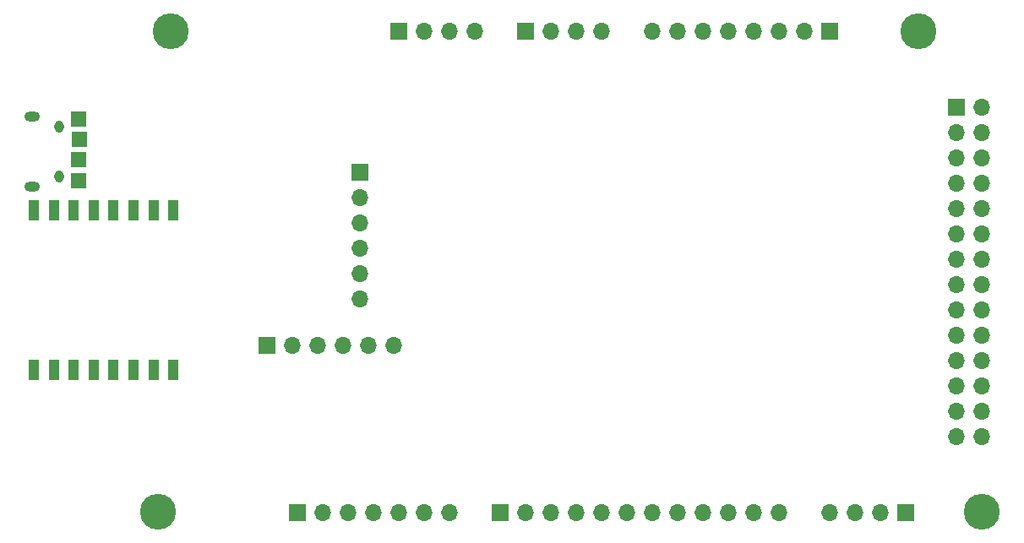
<source format=gbs>
G04 #@! TF.FileFunction,Soldermask,Bot*
%FSLAX46Y46*%
G04 Gerber Fmt 4.6, Leading zero omitted, Abs format (unit mm)*
G04 Created by KiCad (PCBNEW 4.0.7-e2-6376~58~ubuntu16.04.1) date Wed Aug 22 23:11:09 2018*
%MOMM*%
%LPD*%
G01*
G04 APERTURE LIST*
%ADD10C,0.100000*%
%ADD11C,3.600000*%
%ADD12O,0.950000X1.250000*%
%ADD13O,1.550000X1.000000*%
%ADD14R,1.000000X2.000000*%
%ADD15R,1.700000X1.700000*%
%ADD16O,1.700000X1.700000*%
%ADD17R,1.500000X1.500000*%
G04 APERTURE END LIST*
D10*
D11*
X187420000Y-111010000D03*
D12*
X94980000Y-72360000D03*
X94980000Y-77360000D03*
D13*
X92280000Y-71360000D03*
X92280000Y-78360000D03*
D14*
X106440000Y-96770000D03*
X104440000Y-96770000D03*
X102440000Y-96770000D03*
X100440000Y-96770000D03*
X98440000Y-96770000D03*
X96440000Y-96770000D03*
X94440000Y-96770000D03*
X92440000Y-96770000D03*
X92440000Y-80770000D03*
X94440000Y-80770000D03*
X96440000Y-80770000D03*
X98440000Y-80770000D03*
X100440000Y-80770000D03*
X102440000Y-80770000D03*
X104440000Y-80770000D03*
X106440000Y-80770000D03*
D15*
X129030000Y-62790000D03*
D16*
X131570000Y-62790000D03*
X134110000Y-62790000D03*
X136650000Y-62790000D03*
D17*
X96960000Y-77760000D03*
X96970000Y-71590000D03*
X96960000Y-75700000D03*
X96990000Y-73650000D03*
D15*
X141740000Y-62780000D03*
D16*
X144280000Y-62780000D03*
X146820000Y-62780000D03*
X149360000Y-62780000D03*
D15*
X179840000Y-111040000D03*
D16*
X177300000Y-111040000D03*
X174760000Y-111040000D03*
X172220000Y-111040000D03*
D11*
X181090000Y-62780000D03*
X106150000Y-62770000D03*
X104880000Y-111020000D03*
D15*
X139200000Y-111040000D03*
D16*
X141740000Y-111040000D03*
X144280000Y-111040000D03*
X146820000Y-111040000D03*
X149360000Y-111040000D03*
X151900000Y-111040000D03*
X154440000Y-111040000D03*
X156980000Y-111040000D03*
X159520000Y-111040000D03*
X162060000Y-111040000D03*
X164600000Y-111040000D03*
X167140000Y-111040000D03*
D15*
X184890000Y-70410000D03*
D16*
X187430000Y-70410000D03*
X184890000Y-72950000D03*
X187430000Y-72950000D03*
X184890000Y-75490000D03*
X187430000Y-75490000D03*
X184890000Y-78030000D03*
X187430000Y-78030000D03*
X184890000Y-80570000D03*
X187430000Y-80570000D03*
X184890000Y-83110000D03*
X187430000Y-83110000D03*
X184890000Y-85650000D03*
X187430000Y-85650000D03*
X184890000Y-88190000D03*
X187430000Y-88190000D03*
X184890000Y-90730000D03*
X187430000Y-90730000D03*
X184890000Y-93270000D03*
X187430000Y-93270000D03*
X184890000Y-95810000D03*
X187430000Y-95810000D03*
X184890000Y-98350000D03*
X187430000Y-98350000D03*
X184890000Y-100890000D03*
X187430000Y-100890000D03*
X184890000Y-103430000D03*
X187430000Y-103430000D03*
D15*
X115820000Y-94340000D03*
D16*
X118360000Y-94340000D03*
X120900000Y-94340000D03*
X123440000Y-94340000D03*
X125980000Y-94340000D03*
X128520000Y-94340000D03*
D15*
X125170000Y-76950000D03*
D16*
X125170000Y-79490000D03*
X125170000Y-82030000D03*
X125170000Y-84570000D03*
X125170000Y-87110000D03*
X125170000Y-89650000D03*
D15*
X118880000Y-111090000D03*
D16*
X121420000Y-111090000D03*
X123960000Y-111090000D03*
X126500000Y-111090000D03*
X129040000Y-111090000D03*
X131580000Y-111090000D03*
X134120000Y-111090000D03*
D15*
X172220000Y-62770000D03*
D16*
X169680000Y-62770000D03*
X167140000Y-62770000D03*
X164600000Y-62770000D03*
X162060000Y-62770000D03*
X159520000Y-62770000D03*
X156980000Y-62770000D03*
X154440000Y-62770000D03*
M02*

</source>
